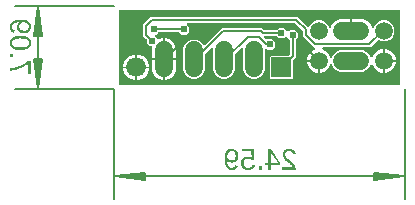
<source format=gbr>
G04 EAGLE Gerber RS-274X export*
G75*
%MOMM*%
%FSLAX34Y34*%
%LPD*%
%INBottom Copper*%
%IPPOS*%
%AMOC8*
5,1,8,0,0,1.08239X$1,22.5*%
G01*
G04 Define Apertures*
%ADD10C,0.130000*%
%ADD11C,1.524000*%
%ADD12C,1.498600*%
%ADD13R,1.676400X1.676400*%
%ADD14C,1.676400*%
%ADD15C,0.203200*%
%ADD16C,0.604000*%
G36*
X241442Y3890D02*
X241046Y3810D01*
X4826Y3810D01*
X4460Y3878D01*
X4119Y4096D01*
X3890Y4430D01*
X3810Y4826D01*
X3810Y66040D01*
X3878Y66406D01*
X4096Y66747D01*
X4430Y66976D01*
X4826Y67056D01*
X241046Y67056D01*
X241412Y66988D01*
X241753Y66770D01*
X241982Y66436D01*
X242062Y66040D01*
X242062Y4826D01*
X241994Y4460D01*
X241776Y4119D01*
X241442Y3890D01*
G37*
%LPC*%
G36*
X173763Y14224D02*
X174997Y14224D01*
X178684Y15751D01*
X181507Y18574D01*
X182434Y20813D01*
X182626Y21113D01*
X182954Y21350D01*
X183348Y21440D01*
X183747Y21369D01*
X184085Y21148D01*
X184311Y20813D01*
X185188Y18696D01*
X187760Y16124D01*
X191121Y14732D01*
X209999Y14732D01*
X213360Y16124D01*
X215932Y18696D01*
X216750Y20671D01*
X216942Y20971D01*
X217270Y21207D01*
X217664Y21297D01*
X218062Y21226D01*
X218401Y21006D01*
X218627Y20671D01*
X219495Y18574D01*
X222318Y15751D01*
X226005Y14224D01*
X227239Y14224D01*
X227239Y34290D01*
X226005Y34290D01*
X222318Y32763D01*
X219495Y29940D01*
X218469Y27463D01*
X218277Y27162D01*
X217949Y26926D01*
X217555Y26836D01*
X217157Y26907D01*
X216818Y27127D01*
X216592Y27463D01*
X215932Y29056D01*
X213360Y31628D01*
X209999Y33020D01*
X191121Y33020D01*
X187760Y31628D01*
X185188Y29056D01*
X184469Y27320D01*
X184277Y27020D01*
X183949Y26783D01*
X183555Y26693D01*
X183157Y26764D01*
X182818Y26985D01*
X182592Y27320D01*
X181507Y29940D01*
X178684Y32763D01*
X176650Y33605D01*
X176355Y33792D01*
X176116Y34118D01*
X176023Y34512D01*
X176091Y34910D01*
X176309Y35251D01*
X176642Y35480D01*
X177038Y35560D01*
X216952Y35560D01*
X222775Y41383D01*
X223090Y41597D01*
X223485Y41680D01*
X223882Y41603D01*
X226207Y40640D01*
X229795Y40640D01*
X233109Y42013D01*
X235645Y44549D01*
X237018Y47863D01*
X237018Y51451D01*
X235645Y54765D01*
X233109Y57301D01*
X229795Y58674D01*
X226207Y58674D01*
X222893Y57301D01*
X220357Y54765D01*
X219569Y52863D01*
X219377Y52562D01*
X219049Y52326D01*
X218654Y52236D01*
X218256Y52307D01*
X217918Y52527D01*
X217692Y52863D01*
X216793Y55031D01*
X213935Y57889D01*
X210201Y59436D01*
X201322Y59436D01*
X201322Y48514D01*
X199798Y48514D01*
X199798Y59436D01*
X190919Y59436D01*
X187185Y57889D01*
X184327Y55031D01*
X183369Y52720D01*
X183177Y52420D01*
X182849Y52183D01*
X182455Y52093D01*
X182057Y52164D01*
X181718Y52385D01*
X181492Y52720D01*
X180645Y54765D01*
X178109Y57301D01*
X174795Y58674D01*
X171207Y58674D01*
X167893Y57301D01*
X165357Y54765D01*
X164824Y53479D01*
X164627Y53173D01*
X164297Y52939D01*
X163902Y52852D01*
X163504Y52927D01*
X163167Y53150D01*
X155040Y61278D01*
X30698Y61278D01*
X24448Y55027D01*
X24448Y44985D01*
X26908Y42524D01*
X27126Y42202D01*
X27206Y41806D01*
X27206Y39393D01*
X29868Y36731D01*
X30930Y36731D01*
X31288Y36666D01*
X31631Y36450D01*
X31862Y36119D01*
X31945Y35723D01*
X31868Y35326D01*
X31750Y35041D01*
X31750Y26162D01*
X41148Y26162D01*
X41148Y43180D01*
X39889Y43180D01*
X37699Y42273D01*
X37342Y42196D01*
X36944Y42264D01*
X36603Y42482D01*
X36374Y42815D01*
X36308Y43143D01*
X34926Y44525D01*
X34715Y44833D01*
X34628Y45228D01*
X34703Y45625D01*
X34926Y45962D01*
X36926Y47962D01*
X37248Y48180D01*
X37645Y48260D01*
X54430Y48260D01*
X54812Y48186D01*
X55149Y47962D01*
X56855Y46256D01*
X60620Y46256D01*
X63282Y48918D01*
X63282Y52682D01*
X61501Y54463D01*
X61297Y54756D01*
X61204Y55149D01*
X61271Y55548D01*
X61489Y55888D01*
X61823Y56117D01*
X62219Y56198D01*
X152515Y56198D01*
X152896Y56123D01*
X153233Y55900D01*
X159087Y50045D01*
X159305Y49723D01*
X159385Y49327D01*
X159385Y44985D01*
X168810Y35560D01*
X168964Y35560D01*
X169307Y35500D01*
X169653Y35290D01*
X169889Y34963D01*
X169979Y34568D01*
X169908Y34170D01*
X169688Y33831D01*
X169352Y33605D01*
X167318Y32763D01*
X164495Y29940D01*
X162968Y26253D01*
X162968Y25019D01*
X173763Y25019D01*
X173763Y14224D01*
G37*
G36*
X65491Y8636D02*
X69129Y8636D01*
X72490Y10028D01*
X75062Y12600D01*
X76454Y15961D01*
X76454Y29579D01*
X76528Y29960D01*
X76752Y30297D01*
X81832Y35377D01*
X82124Y35581D01*
X82518Y35674D01*
X82916Y35606D01*
X83257Y35388D01*
X83486Y35055D01*
X83566Y34659D01*
X83566Y15961D01*
X84958Y12600D01*
X87530Y10028D01*
X90891Y8636D01*
X94529Y8636D01*
X97890Y10028D01*
X100462Y12600D01*
X101854Y15961D01*
X101854Y29579D01*
X101928Y29960D01*
X102152Y30297D01*
X107232Y35377D01*
X107524Y35581D01*
X107918Y35674D01*
X108316Y35606D01*
X108657Y35388D01*
X108886Y35055D01*
X108966Y34659D01*
X108966Y15961D01*
X110358Y12600D01*
X112930Y10028D01*
X116291Y8636D01*
X119929Y8636D01*
X123290Y10028D01*
X125862Y12600D01*
X127254Y15961D01*
X127254Y33729D01*
X127317Y34081D01*
X127529Y34425D01*
X127859Y34659D01*
X128254Y34745D01*
X128651Y34671D01*
X128988Y34448D01*
X129880Y33556D01*
X133645Y33556D01*
X136307Y36218D01*
X136307Y39982D01*
X133645Y42644D01*
X129880Y42644D01*
X129476Y42240D01*
X129169Y42029D01*
X128774Y41943D01*
X128377Y42017D01*
X128040Y42240D01*
X126929Y43351D01*
X126725Y43643D01*
X126632Y44037D01*
X126700Y44435D01*
X126918Y44776D01*
X127251Y45005D01*
X127647Y45085D01*
X136980Y45085D01*
X137362Y45011D01*
X137699Y44787D01*
X139405Y43081D01*
X143170Y43081D01*
X144538Y44449D01*
X144845Y44660D01*
X145240Y44747D01*
X145638Y44672D01*
X145975Y44449D01*
X147975Y42449D01*
X148192Y42127D01*
X148273Y41730D01*
X148273Y29603D01*
X148198Y29222D01*
X147975Y28885D01*
X147835Y28746D01*
X147513Y28528D01*
X147117Y28448D01*
X132211Y28448D01*
X131318Y27555D01*
X131318Y9529D01*
X132211Y8636D01*
X150237Y8636D01*
X151130Y9529D01*
X151130Y24435D01*
X151204Y24816D01*
X151428Y25153D01*
X153353Y27078D01*
X153353Y41730D01*
X153427Y42112D01*
X153650Y42449D01*
X155357Y44155D01*
X155357Y47920D01*
X152695Y50582D01*
X148930Y50582D01*
X147562Y49213D01*
X147255Y49003D01*
X146860Y48916D01*
X146462Y48990D01*
X146125Y49213D01*
X143170Y52169D01*
X139405Y52169D01*
X137699Y50463D01*
X137377Y50245D01*
X136980Y50165D01*
X126885Y50165D01*
X126504Y50239D01*
X126167Y50463D01*
X124877Y51753D01*
X91023Y51753D01*
X76842Y37572D01*
X76543Y37365D01*
X76148Y37275D01*
X75750Y37346D01*
X75411Y37566D01*
X75185Y37902D01*
X75062Y38200D01*
X72490Y40772D01*
X69129Y42164D01*
X65491Y42164D01*
X62130Y40772D01*
X59558Y38200D01*
X58166Y34839D01*
X58166Y15961D01*
X59558Y12600D01*
X62130Y10028D01*
X65491Y8636D01*
G37*
G36*
X42672Y26162D02*
X52070Y26162D01*
X52070Y35041D01*
X50523Y38775D01*
X47665Y41633D01*
X43931Y43180D01*
X42672Y43180D01*
X42672Y26162D01*
G37*
G36*
X228763Y25019D02*
X238034Y25019D01*
X238034Y26253D01*
X236507Y29940D01*
X233684Y32763D01*
X229997Y34290D01*
X228763Y34290D01*
X228763Y25019D01*
G37*
G36*
X7620Y19304D02*
X17780Y19304D01*
X17780Y29464D01*
X16369Y29464D01*
X12355Y27801D01*
X9283Y24729D01*
X7620Y20715D01*
X7620Y19304D01*
G37*
G36*
X19304Y19304D02*
X29464Y19304D01*
X29464Y20715D01*
X27801Y24729D01*
X24729Y27801D01*
X20715Y29464D01*
X19304Y29464D01*
X19304Y19304D01*
G37*
G36*
X42672Y7620D02*
X43931Y7620D01*
X47665Y9167D01*
X50523Y12025D01*
X52070Y15759D01*
X52070Y24638D01*
X42672Y24638D01*
X42672Y7620D01*
G37*
G36*
X39889Y7620D02*
X41148Y7620D01*
X41148Y24638D01*
X31750Y24638D01*
X31750Y15759D01*
X33297Y12025D01*
X36155Y9167D01*
X39889Y7620D01*
G37*
G36*
X228763Y14224D02*
X229997Y14224D01*
X233684Y15751D01*
X236507Y18574D01*
X238034Y22261D01*
X238034Y23495D01*
X228763Y23495D01*
X228763Y14224D01*
G37*
G36*
X171005Y14224D02*
X172239Y14224D01*
X172239Y23495D01*
X162968Y23495D01*
X162968Y22261D01*
X164495Y18574D01*
X167318Y15751D01*
X171005Y14224D01*
G37*
G36*
X19304Y7620D02*
X20715Y7620D01*
X24729Y9283D01*
X27801Y12355D01*
X29464Y16369D01*
X29464Y17780D01*
X19304Y17780D01*
X19304Y7620D01*
G37*
G36*
X16369Y7620D02*
X17780Y7620D01*
X17780Y17780D01*
X7620Y17780D01*
X7620Y16369D01*
X9283Y12355D01*
X12355Y9283D01*
X16369Y7620D01*
G37*
%LPD*%
G36*
X99444Y-68160D02*
X99074Y-68151D01*
X98715Y-68123D01*
X98366Y-68076D01*
X98028Y-68011D01*
X97701Y-67927D01*
X97384Y-67824D01*
X97079Y-67702D01*
X96784Y-67562D01*
X96500Y-67403D01*
X96226Y-67226D01*
X95964Y-67030D01*
X95712Y-66815D01*
X95471Y-66581D01*
X95241Y-66329D01*
X95022Y-66058D01*
X94813Y-65768D01*
X94616Y-65461D01*
X94432Y-65138D01*
X94261Y-64799D01*
X94102Y-64443D01*
X93956Y-64072D01*
X93823Y-63684D01*
X93702Y-63280D01*
X93594Y-62861D01*
X93499Y-62425D01*
X93416Y-61973D01*
X93346Y-61505D01*
X93289Y-61020D01*
X93245Y-60520D01*
X93213Y-60004D01*
X93194Y-59471D01*
X93188Y-58923D01*
X93211Y-57886D01*
X93240Y-57392D01*
X93280Y-56916D01*
X93333Y-56456D01*
X93396Y-56013D01*
X93472Y-55587D01*
X93559Y-55178D01*
X93657Y-54785D01*
X93768Y-54409D01*
X93889Y-54050D01*
X94023Y-53708D01*
X94168Y-53382D01*
X94324Y-53074D01*
X94492Y-52782D01*
X94672Y-52506D01*
X94863Y-52248D01*
X95065Y-52006D01*
X95278Y-51781D01*
X95502Y-51572D01*
X95736Y-51381D01*
X95982Y-51206D01*
X96239Y-51047D01*
X96506Y-50905D01*
X96785Y-50780D01*
X97074Y-50672D01*
X97374Y-50580D01*
X97685Y-50505D01*
X98008Y-50447D01*
X98341Y-50405D01*
X98685Y-50380D01*
X99040Y-50372D01*
X99374Y-50378D01*
X99699Y-50396D01*
X100014Y-50426D01*
X100321Y-50469D01*
X100906Y-50590D01*
X101453Y-50760D01*
X101964Y-50978D01*
X102437Y-51245D01*
X102873Y-51560D01*
X103272Y-51924D01*
X103629Y-52330D01*
X103938Y-52772D01*
X104199Y-53251D01*
X104413Y-53765D01*
X104579Y-54316D01*
X104698Y-54904D01*
X104770Y-55527D01*
X104787Y-55852D01*
X104793Y-56187D01*
X104771Y-56830D01*
X104706Y-57440D01*
X104597Y-58018D01*
X104444Y-58564D01*
X104247Y-59076D01*
X104007Y-59557D01*
X103723Y-60004D01*
X103395Y-60419D01*
X103031Y-60793D01*
X102637Y-61117D01*
X102215Y-61391D01*
X101763Y-61615D01*
X101282Y-61790D01*
X100772Y-61914D01*
X100507Y-61958D01*
X100233Y-61989D01*
X99953Y-62008D01*
X99665Y-62014D01*
X99313Y-62004D01*
X98968Y-61972D01*
X98631Y-61920D01*
X98300Y-61847D01*
X97977Y-61753D01*
X97662Y-61638D01*
X97353Y-61502D01*
X97052Y-61345D01*
X96766Y-61172D01*
X96501Y-60984D01*
X96258Y-60783D01*
X96037Y-60568D01*
X95838Y-60340D01*
X95660Y-60098D01*
X95505Y-59842D01*
X95371Y-59573D01*
X95399Y-60368D01*
X95458Y-61116D01*
X95548Y-61817D01*
X95669Y-62471D01*
X95821Y-63078D01*
X96004Y-63637D01*
X96218Y-64150D01*
X96463Y-64615D01*
X96737Y-65029D01*
X97038Y-65388D01*
X97366Y-65691D01*
X97721Y-65940D01*
X98102Y-66133D01*
X98303Y-66209D01*
X98511Y-66271D01*
X98725Y-66319D01*
X98946Y-66354D01*
X99173Y-66375D01*
X99408Y-66382D01*
X99684Y-66373D01*
X99947Y-66348D01*
X100198Y-66306D01*
X100437Y-66247D01*
X100663Y-66171D01*
X100876Y-66078D01*
X101078Y-65968D01*
X101266Y-65842D01*
X101442Y-65698D01*
X101606Y-65538D01*
X101758Y-65361D01*
X101896Y-65167D01*
X102023Y-64956D01*
X102137Y-64728D01*
X102238Y-64484D01*
X102327Y-64222D01*
X104438Y-64554D01*
X104295Y-65013D01*
X104130Y-65439D01*
X103944Y-65832D01*
X103737Y-66193D01*
X103507Y-66521D01*
X103256Y-66816D01*
X102984Y-67078D01*
X102689Y-67308D01*
X102372Y-67508D01*
X102029Y-67681D01*
X101661Y-67827D01*
X101268Y-67947D01*
X100850Y-68040D01*
X100406Y-68107D01*
X99938Y-68147D01*
X99444Y-68160D01*
G37*
%LPC*%
G36*
X99138Y-60272D02*
X99520Y-60255D01*
X99882Y-60203D01*
X100224Y-60118D01*
X100545Y-59998D01*
X100847Y-59843D01*
X101127Y-59654D01*
X101388Y-59431D01*
X101628Y-59174D01*
X101844Y-58887D01*
X102031Y-58576D01*
X102189Y-58239D01*
X102318Y-57878D01*
X102419Y-57492D01*
X102491Y-57082D01*
X102534Y-56647D01*
X102548Y-56187D01*
X102534Y-55736D01*
X102491Y-55308D01*
X102419Y-54905D01*
X102318Y-54526D01*
X102189Y-54171D01*
X102031Y-53839D01*
X101844Y-53532D01*
X101628Y-53249D01*
X101388Y-52994D01*
X101126Y-52774D01*
X100843Y-52587D01*
X100539Y-52434D01*
X100214Y-52316D01*
X99868Y-52231D01*
X99501Y-52180D01*
X99113Y-52163D01*
X98722Y-52183D01*
X98350Y-52242D01*
X97999Y-52341D01*
X97669Y-52480D01*
X97358Y-52659D01*
X97068Y-52877D01*
X96799Y-53135D01*
X96549Y-53433D01*
X96325Y-53763D01*
X96131Y-54118D01*
X95966Y-54500D01*
X95831Y-54906D01*
X95727Y-55338D01*
X95652Y-55796D01*
X95607Y-56279D01*
X95592Y-56788D01*
X95600Y-57039D01*
X95622Y-57283D01*
X95659Y-57521D01*
X95710Y-57751D01*
X95777Y-57974D01*
X95858Y-58191D01*
X95954Y-58401D01*
X96065Y-58604D01*
X96323Y-58980D01*
X96624Y-59311D01*
X96970Y-59596D01*
X97359Y-59837D01*
X97778Y-60027D01*
X98215Y-60163D01*
X98439Y-60211D01*
X98668Y-60245D01*
X98901Y-60265D01*
X99138Y-60272D01*
G37*
%LPD*%
G36*
X132155Y-67915D02*
X130069Y-67915D01*
X130069Y-64002D01*
X127640Y-64002D01*
X127640Y-62259D01*
X130069Y-62259D01*
X130069Y-50629D01*
X132388Y-50629D01*
X140301Y-62284D01*
X140301Y-64002D01*
X132155Y-64002D01*
X132155Y-67915D01*
G37*
%LPC*%
G36*
X138264Y-62259D02*
X138068Y-62014D01*
X137405Y-61106D01*
X132977Y-54580D01*
X132777Y-54261D01*
X132498Y-53770D01*
X132155Y-53120D01*
X132155Y-62259D01*
X138264Y-62259D01*
G37*
%LPD*%
G36*
X113156Y-68160D02*
X112800Y-68154D01*
X112454Y-68136D01*
X112119Y-68105D01*
X111793Y-68062D01*
X111476Y-68007D01*
X111170Y-67940D01*
X110587Y-67768D01*
X110043Y-67547D01*
X109538Y-67277D01*
X109073Y-66958D01*
X108647Y-66590D01*
X108266Y-66179D01*
X107936Y-65732D01*
X107656Y-65248D01*
X107428Y-64728D01*
X107333Y-64455D01*
X107250Y-64172D01*
X107180Y-63880D01*
X107123Y-63579D01*
X107079Y-63269D01*
X107047Y-62950D01*
X107028Y-62621D01*
X107022Y-62284D01*
X107045Y-61697D01*
X107116Y-61138D01*
X107235Y-60608D01*
X107400Y-60106D01*
X107613Y-59633D01*
X107874Y-59188D01*
X108182Y-58771D01*
X108537Y-58383D01*
X108932Y-58032D01*
X109359Y-57728D01*
X109819Y-57471D01*
X110311Y-57260D01*
X110835Y-57097D01*
X111392Y-56980D01*
X111982Y-56909D01*
X112603Y-56886D01*
X113126Y-56903D01*
X113627Y-56955D01*
X114106Y-57041D01*
X114563Y-57162D01*
X114999Y-57317D01*
X115412Y-57507D01*
X115804Y-57731D01*
X116173Y-57990D01*
X115842Y-52506D01*
X108027Y-52506D01*
X108027Y-50629D01*
X117854Y-50629D01*
X118431Y-59929D01*
X116272Y-59929D01*
X115885Y-59616D01*
X115499Y-59352D01*
X115112Y-59137D01*
X114726Y-58972D01*
X114332Y-58848D01*
X113922Y-58760D01*
X113498Y-58707D01*
X113057Y-58689D01*
X112639Y-58705D01*
X112243Y-58752D01*
X111868Y-58831D01*
X111516Y-58941D01*
X111186Y-59082D01*
X110878Y-59255D01*
X110592Y-59460D01*
X110328Y-59695D01*
X110091Y-59957D01*
X109885Y-60238D01*
X109711Y-60538D01*
X109569Y-60858D01*
X109458Y-61197D01*
X109379Y-61556D01*
X109331Y-61935D01*
X109316Y-62333D01*
X109331Y-62790D01*
X109379Y-63221D01*
X109457Y-63628D01*
X109567Y-64009D01*
X109709Y-64365D01*
X109882Y-64697D01*
X110086Y-65003D01*
X110322Y-65284D01*
X110585Y-65535D01*
X110873Y-65753D01*
X111185Y-65938D01*
X111521Y-66089D01*
X111881Y-66206D01*
X112265Y-66290D01*
X112674Y-66340D01*
X113106Y-66357D01*
X113460Y-66347D01*
X113796Y-66317D01*
X114115Y-66267D01*
X114417Y-66197D01*
X114702Y-66107D01*
X114969Y-65996D01*
X115219Y-65866D01*
X115453Y-65716D01*
X115669Y-65546D01*
X115868Y-65355D01*
X116050Y-65145D01*
X116214Y-64915D01*
X116362Y-64664D01*
X116492Y-64394D01*
X116605Y-64103D01*
X116701Y-63793D01*
X118934Y-64051D01*
X118819Y-64536D01*
X118669Y-64991D01*
X118486Y-65418D01*
X118268Y-65814D01*
X118017Y-66181D01*
X117731Y-66519D01*
X117411Y-66827D01*
X117057Y-67105D01*
X116671Y-67353D01*
X116256Y-67567D01*
X115812Y-67748D01*
X115339Y-67897D01*
X114837Y-68012D01*
X114306Y-68094D01*
X113745Y-68144D01*
X113156Y-68160D01*
G37*
G36*
X153582Y-67915D02*
X142136Y-67915D01*
X142136Y-66038D01*
X151153Y-66038D01*
X150940Y-65604D01*
X150669Y-65162D01*
X150339Y-64712D01*
X149951Y-64253D01*
X149498Y-63776D01*
X148973Y-63270D01*
X148375Y-62736D01*
X147706Y-62174D01*
X146528Y-61199D01*
X145556Y-60361D01*
X144792Y-59659D01*
X144234Y-59094D01*
X143808Y-58597D01*
X143438Y-58101D01*
X143124Y-57604D01*
X142866Y-57107D01*
X142665Y-56609D01*
X142521Y-56110D01*
X142471Y-55860D01*
X142435Y-55609D01*
X142413Y-55358D01*
X142406Y-55107D01*
X142428Y-54556D01*
X142494Y-54037D01*
X142604Y-53551D01*
X142757Y-53097D01*
X142955Y-52675D01*
X143196Y-52286D01*
X143482Y-51929D01*
X143811Y-51605D01*
X144181Y-51316D01*
X144589Y-51065D01*
X145034Y-50853D01*
X145518Y-50680D01*
X146039Y-50545D01*
X146598Y-50449D01*
X147194Y-50391D01*
X147829Y-50372D01*
X148410Y-50391D01*
X148965Y-50448D01*
X149492Y-50544D01*
X149992Y-50678D01*
X150466Y-50851D01*
X150912Y-51062D01*
X151332Y-51311D01*
X151724Y-51599D01*
X152083Y-51918D01*
X152402Y-52265D01*
X152682Y-52638D01*
X152921Y-53037D01*
X153122Y-53463D01*
X153282Y-53915D01*
X153403Y-54394D01*
X153484Y-54899D01*
X151227Y-55107D01*
X151175Y-54770D01*
X151100Y-54453D01*
X151001Y-54155D01*
X150879Y-53876D01*
X150733Y-53616D01*
X150563Y-53376D01*
X150370Y-53155D01*
X150153Y-52954D01*
X149917Y-52774D01*
X149665Y-52619D01*
X149398Y-52487D01*
X149115Y-52379D01*
X148817Y-52295D01*
X148503Y-52235D01*
X148174Y-52199D01*
X147829Y-52187D01*
X147468Y-52200D01*
X147127Y-52236D01*
X146807Y-52298D01*
X146507Y-52384D01*
X146227Y-52494D01*
X145968Y-52629D01*
X145729Y-52789D01*
X145510Y-52973D01*
X145315Y-53179D01*
X145145Y-53405D01*
X145002Y-53651D01*
X144884Y-53917D01*
X144793Y-54203D01*
X144728Y-54509D01*
X144689Y-54835D01*
X144676Y-55181D01*
X144683Y-55441D01*
X144706Y-55695D01*
X144744Y-55941D01*
X144797Y-56181D01*
X144865Y-56413D01*
X144948Y-56639D01*
X145047Y-56858D01*
X145160Y-57070D01*
X145421Y-57483D01*
X145720Y-57886D01*
X146056Y-58280D01*
X146430Y-58665D01*
X147263Y-59426D01*
X148191Y-60186D01*
X149171Y-60979D01*
X150160Y-61836D01*
X150651Y-62294D01*
X151130Y-62778D01*
X151598Y-63288D01*
X152055Y-63824D01*
X152489Y-64394D01*
X152888Y-65006D01*
X153252Y-65660D01*
X153582Y-66357D01*
X153582Y-67915D01*
G37*
G36*
X124614Y-67915D02*
X122222Y-67915D01*
X122222Y-65228D01*
X124614Y-65228D01*
X124614Y-67915D01*
G37*
G36*
X-79646Y33291D02*
X-80182Y33297D01*
X-80702Y33314D01*
X-81206Y33343D01*
X-81693Y33384D01*
X-82164Y33437D01*
X-82619Y33501D01*
X-83058Y33577D01*
X-83480Y33665D01*
X-83886Y33764D01*
X-84275Y33876D01*
X-84649Y33998D01*
X-85006Y34133D01*
X-85346Y34279D01*
X-85671Y34437D01*
X-85979Y34606D01*
X-86271Y34788D01*
X-86546Y34980D01*
X-86803Y35185D01*
X-87042Y35401D01*
X-87264Y35629D01*
X-87468Y35868D01*
X-87654Y36119D01*
X-87822Y36381D01*
X-87973Y36655D01*
X-88106Y36941D01*
X-88221Y37238D01*
X-88319Y37547D01*
X-88399Y37868D01*
X-88461Y38200D01*
X-88505Y38543D01*
X-88531Y38899D01*
X-88540Y39265D01*
X-88531Y39632D01*
X-88505Y39988D01*
X-88460Y40332D01*
X-88398Y40665D01*
X-88318Y40987D01*
X-88220Y41297D01*
X-88104Y41596D01*
X-87970Y41883D01*
X-87818Y42159D01*
X-87649Y42424D01*
X-87462Y42677D01*
X-87257Y42919D01*
X-87034Y43150D01*
X-86793Y43369D01*
X-86535Y43577D01*
X-86259Y43774D01*
X-85965Y43959D01*
X-85656Y44132D01*
X-85331Y44293D01*
X-84990Y44442D01*
X-84632Y44579D01*
X-84259Y44705D01*
X-83870Y44818D01*
X-83464Y44919D01*
X-83043Y45009D01*
X-82606Y45087D01*
X-82153Y45152D01*
X-81683Y45206D01*
X-81198Y45248D01*
X-80697Y45277D01*
X-80179Y45295D01*
X-79646Y45301D01*
X-78579Y45279D01*
X-77579Y45210D01*
X-77104Y45159D01*
X-76647Y45097D01*
X-76206Y45023D01*
X-75782Y44938D01*
X-75374Y44841D01*
X-74984Y44733D01*
X-74611Y44614D01*
X-74254Y44484D01*
X-73915Y44342D01*
X-73592Y44188D01*
X-73286Y44024D01*
X-72997Y43848D01*
X-72725Y43660D01*
X-72471Y43459D01*
X-72234Y43246D01*
X-72015Y43021D01*
X-71813Y42783D01*
X-71629Y42532D01*
X-71462Y42269D01*
X-71313Y41994D01*
X-71181Y41705D01*
X-71067Y41405D01*
X-70971Y41092D01*
X-70892Y40766D01*
X-70831Y40428D01*
X-70787Y40078D01*
X-70760Y39715D01*
X-70752Y39339D01*
X-70760Y38953D01*
X-70786Y38580D01*
X-70830Y38221D01*
X-70890Y37874D01*
X-70969Y37541D01*
X-71064Y37221D01*
X-71177Y36914D01*
X-71307Y36620D01*
X-71454Y36340D01*
X-71619Y36072D01*
X-71801Y35818D01*
X-72001Y35577D01*
X-72218Y35349D01*
X-72452Y35134D01*
X-72703Y34933D01*
X-72972Y34745D01*
X-73259Y34569D01*
X-73562Y34404D01*
X-73883Y34251D01*
X-74222Y34109D01*
X-74578Y33978D01*
X-74952Y33859D01*
X-75343Y33751D01*
X-75751Y33654D01*
X-76177Y33569D01*
X-76620Y33495D01*
X-77081Y33433D01*
X-77559Y33382D01*
X-78055Y33342D01*
X-78568Y33314D01*
X-79646Y33291D01*
G37*
%LPC*%
G36*
X-79646Y35524D02*
X-78732Y35538D01*
X-77884Y35579D01*
X-77103Y35649D01*
X-76389Y35746D01*
X-75741Y35871D01*
X-75161Y36024D01*
X-74646Y36205D01*
X-74199Y36413D01*
X-73811Y36653D01*
X-73474Y36929D01*
X-73190Y37241D01*
X-72957Y37589D01*
X-72776Y37973D01*
X-72705Y38178D01*
X-72646Y38392D01*
X-72601Y38616D01*
X-72569Y38848D01*
X-72549Y39089D01*
X-72543Y39339D01*
X-72549Y39583D01*
X-72569Y39818D01*
X-72602Y40045D01*
X-72648Y40263D01*
X-72707Y40472D01*
X-72779Y40672D01*
X-72963Y41046D01*
X-73199Y41385D01*
X-73488Y41689D01*
X-73830Y41958D01*
X-74224Y42191D01*
X-74676Y42394D01*
X-75193Y42570D01*
X-75774Y42718D01*
X-76420Y42840D01*
X-77130Y42935D01*
X-77904Y43002D01*
X-78743Y43043D01*
X-79646Y43056D01*
X-80519Y43042D01*
X-81333Y42999D01*
X-82089Y42929D01*
X-82787Y42829D01*
X-83426Y42702D01*
X-84007Y42546D01*
X-84530Y42361D01*
X-84995Y42148D01*
X-85403Y41905D01*
X-85757Y41629D01*
X-86056Y41321D01*
X-86301Y40980D01*
X-86404Y40797D01*
X-86492Y40606D01*
X-86567Y40407D01*
X-86628Y40200D01*
X-86676Y39985D01*
X-86710Y39761D01*
X-86730Y39530D01*
X-86737Y39290D01*
X-86730Y39049D01*
X-86710Y38816D01*
X-86677Y38591D01*
X-86630Y38375D01*
X-86570Y38167D01*
X-86497Y37967D01*
X-86311Y37592D01*
X-86071Y37251D01*
X-85778Y36943D01*
X-85431Y36667D01*
X-85032Y36425D01*
X-84575Y36214D01*
X-84056Y36031D01*
X-83475Y35876D01*
X-82833Y35749D01*
X-82129Y35650D01*
X-81363Y35580D01*
X-80535Y35538D01*
X-79646Y35524D01*
G37*
%LPD*%
G36*
X-76567Y47456D02*
X-77210Y47478D01*
X-77820Y47543D01*
X-78398Y47653D01*
X-78944Y47806D01*
X-79456Y48002D01*
X-79937Y48243D01*
X-80384Y48527D01*
X-80799Y48854D01*
X-81173Y49219D01*
X-81497Y49612D01*
X-81771Y50034D01*
X-81995Y50486D01*
X-82170Y50967D01*
X-82294Y51477D01*
X-82338Y51743D01*
X-82369Y52016D01*
X-82388Y52296D01*
X-82394Y52584D01*
X-82384Y52936D01*
X-82352Y53281D01*
X-82300Y53618D01*
X-82227Y53949D01*
X-82133Y54272D01*
X-82018Y54587D01*
X-81882Y54896D01*
X-81725Y55197D01*
X-81552Y55484D01*
X-81364Y55748D01*
X-81163Y55991D01*
X-80948Y56212D01*
X-80720Y56411D01*
X-80478Y56589D01*
X-80222Y56744D01*
X-79953Y56878D01*
X-80748Y56850D01*
X-81496Y56791D01*
X-82197Y56701D01*
X-82851Y56580D01*
X-83458Y56428D01*
X-84017Y56245D01*
X-84530Y56031D01*
X-84995Y55786D01*
X-85409Y55512D01*
X-85768Y55211D01*
X-86071Y54883D01*
X-86320Y54528D01*
X-86513Y54147D01*
X-86589Y53946D01*
X-86651Y53739D01*
X-86699Y53524D01*
X-86734Y53304D01*
X-86755Y53076D01*
X-86762Y52842D01*
X-86753Y52566D01*
X-86728Y52302D01*
X-86686Y52051D01*
X-86627Y51813D01*
X-86551Y51586D01*
X-86458Y51373D01*
X-86348Y51172D01*
X-86222Y50983D01*
X-86078Y50807D01*
X-85918Y50643D01*
X-85741Y50492D01*
X-85547Y50353D01*
X-85336Y50226D01*
X-85108Y50112D01*
X-84864Y50011D01*
X-84602Y49922D01*
X-84934Y47812D01*
X-85393Y47954D01*
X-85819Y48119D01*
X-86212Y48305D01*
X-86573Y48512D01*
X-86901Y48742D01*
X-87196Y48993D01*
X-87458Y49266D01*
X-87688Y49560D01*
X-87888Y49878D01*
X-88061Y50220D01*
X-88207Y50588D01*
X-88327Y50981D01*
X-88420Y51400D01*
X-88487Y51843D01*
X-88527Y52311D01*
X-88540Y52805D01*
X-88531Y53175D01*
X-88503Y53535D01*
X-88456Y53883D01*
X-88391Y54221D01*
X-88307Y54549D01*
X-88204Y54865D01*
X-88082Y55171D01*
X-87942Y55465D01*
X-87783Y55749D01*
X-87606Y56023D01*
X-87410Y56285D01*
X-87195Y56537D01*
X-86961Y56778D01*
X-86709Y57008D01*
X-86438Y57227D01*
X-86148Y57436D01*
X-85841Y57633D01*
X-85518Y57817D01*
X-85179Y57988D01*
X-84823Y58147D01*
X-84452Y58293D01*
X-84064Y58427D01*
X-83660Y58547D01*
X-83241Y58655D01*
X-82805Y58750D01*
X-82353Y58833D01*
X-81885Y58903D01*
X-81400Y58960D01*
X-80900Y59004D01*
X-80384Y59036D01*
X-79851Y59055D01*
X-79303Y59061D01*
X-78266Y59038D01*
X-77772Y59009D01*
X-77296Y58969D01*
X-76836Y58917D01*
X-76393Y58853D01*
X-75967Y58777D01*
X-75558Y58690D01*
X-75165Y58592D01*
X-74789Y58482D01*
X-74430Y58360D01*
X-74088Y58226D01*
X-73762Y58082D01*
X-73454Y57925D01*
X-73162Y57757D01*
X-72886Y57577D01*
X-72628Y57386D01*
X-72386Y57184D01*
X-72161Y56971D01*
X-71952Y56747D01*
X-71761Y56513D01*
X-71586Y56267D01*
X-71427Y56010D01*
X-71285Y55743D01*
X-71160Y55465D01*
X-71052Y55175D01*
X-70960Y54875D01*
X-70885Y54564D01*
X-70827Y54242D01*
X-70785Y53909D01*
X-70760Y53565D01*
X-70752Y53210D01*
X-70758Y52875D01*
X-70776Y52550D01*
X-70806Y52235D01*
X-70849Y51928D01*
X-70970Y51344D01*
X-71140Y50796D01*
X-71358Y50285D01*
X-71625Y49812D01*
X-71940Y49376D01*
X-72304Y48977D01*
X-72710Y48621D01*
X-73152Y48312D01*
X-73631Y48050D01*
X-74145Y47836D01*
X-74696Y47670D01*
X-75284Y47551D01*
X-75907Y47480D01*
X-76232Y47462D01*
X-76567Y47456D01*
G37*
%LPC*%
G36*
X-76567Y49701D02*
X-76116Y49715D01*
X-75688Y49758D01*
X-75285Y49830D01*
X-74906Y49931D01*
X-74551Y50060D01*
X-74219Y50219D01*
X-73912Y50405D01*
X-73629Y50621D01*
X-73374Y50862D01*
X-73154Y51123D01*
X-72967Y51406D01*
X-72814Y51710D01*
X-72696Y52035D01*
X-72611Y52381D01*
X-72560Y52748D01*
X-72543Y53136D01*
X-72563Y53528D01*
X-72622Y53899D01*
X-72721Y54250D01*
X-72860Y54581D01*
X-73039Y54891D01*
X-73257Y55181D01*
X-73515Y55451D01*
X-73813Y55700D01*
X-74143Y55924D01*
X-74498Y56119D01*
X-74880Y56283D01*
X-75286Y56418D01*
X-75718Y56522D01*
X-76176Y56597D01*
X-76659Y56642D01*
X-77168Y56657D01*
X-77419Y56650D01*
X-77663Y56627D01*
X-77901Y56591D01*
X-78131Y56539D01*
X-78354Y56472D01*
X-78571Y56391D01*
X-78781Y56295D01*
X-78984Y56185D01*
X-79360Y55927D01*
X-79691Y55625D01*
X-79976Y55279D01*
X-80217Y54890D01*
X-80407Y54471D01*
X-80543Y54035D01*
X-80591Y53810D01*
X-80625Y53581D01*
X-80645Y53349D01*
X-80652Y53111D01*
X-80635Y52729D01*
X-80583Y52367D01*
X-80498Y52025D01*
X-80378Y51704D01*
X-80223Y51403D01*
X-80034Y51122D01*
X-79811Y50861D01*
X-79554Y50621D01*
X-79267Y50405D01*
X-78956Y50219D01*
X-78619Y50060D01*
X-78258Y49931D01*
X-77872Y49830D01*
X-77462Y49758D01*
X-77027Y49715D01*
X-76567Y49701D01*
G37*
%LPD*%
G36*
X-71009Y12660D02*
X-72886Y12660D01*
X-72886Y21947D01*
X-74062Y21154D01*
X-75203Y20421D01*
X-76309Y19746D01*
X-77381Y19130D01*
X-78418Y18573D01*
X-79420Y18074D01*
X-80388Y17635D01*
X-81321Y17254D01*
X-82231Y16925D01*
X-83130Y16640D01*
X-84018Y16398D01*
X-84895Y16201D01*
X-85762Y16047D01*
X-86617Y15938D01*
X-87461Y15872D01*
X-88295Y15850D01*
X-88295Y18156D01*
X-87699Y18165D01*
X-87109Y18190D01*
X-86523Y18233D01*
X-85943Y18293D01*
X-85367Y18369D01*
X-84796Y18463D01*
X-84231Y18574D01*
X-83670Y18702D01*
X-83111Y18847D01*
X-82550Y19009D01*
X-81987Y19188D01*
X-81422Y19384D01*
X-80855Y19598D01*
X-80286Y19828D01*
X-79143Y20340D01*
X-78542Y20637D01*
X-77886Y20983D01*
X-76410Y21821D01*
X-74715Y22854D01*
X-72800Y24082D01*
X-71009Y24082D01*
X-71009Y12660D01*
G37*
G36*
X-85608Y27635D02*
X-88295Y27635D01*
X-88295Y30027D01*
X-85608Y30027D01*
X-85608Y27635D01*
G37*
D10*
X0Y0D02*
X0Y-93160D01*
X245872Y-93160D02*
X245872Y0D01*
X245222Y-73660D02*
X650Y-73660D01*
X26000Y-70468D01*
X26000Y-76852D01*
X650Y-73660D01*
X26000Y-72360D01*
X26000Y-74960D02*
X650Y-73660D01*
X26000Y-71060D01*
X26000Y-76260D02*
X650Y-73660D01*
X219872Y-70468D02*
X245222Y-73660D01*
X219872Y-70468D02*
X219872Y-76852D01*
X245222Y-73660D01*
X219872Y-72360D01*
X219872Y-74960D02*
X245222Y-73660D01*
X219872Y-71060D01*
X219872Y-76260D02*
X245222Y-73660D01*
X0Y70866D02*
X-84270Y70866D01*
X-84270Y0D02*
X0Y0D01*
X-64770Y650D02*
X-64770Y70216D01*
X-67962Y44866D01*
X-61578Y44866D01*
X-64770Y70216D01*
X-66070Y44866D01*
X-63470Y44866D02*
X-64770Y70216D01*
X-67370Y44866D01*
X-62170Y44866D02*
X-64770Y70216D01*
X-67962Y26000D02*
X-64770Y650D01*
X-67962Y26000D02*
X-61578Y26000D01*
X-64770Y650D01*
X-66070Y26000D01*
X-63470Y26000D02*
X-64770Y650D01*
X-67370Y26000D01*
X-62170Y26000D02*
X-64770Y650D01*
D11*
X41910Y17780D02*
X41910Y33020D01*
X67310Y33020D02*
X67310Y17780D01*
X92710Y17780D02*
X92710Y33020D01*
X118110Y33020D02*
X118110Y17780D01*
X192940Y23876D02*
X208180Y23876D01*
X208180Y49276D02*
X192940Y49276D01*
D12*
X173001Y49657D03*
X228001Y49657D03*
X173001Y24257D03*
X228001Y24257D03*
D13*
X141224Y18542D03*
D14*
X18542Y18542D03*
D15*
X33338Y50800D02*
X58738Y50800D01*
X125413Y47625D02*
X141288Y47625D01*
X125413Y47625D02*
X123825Y49213D01*
X92075Y49213D01*
X68263Y25400D01*
X67310Y25400D01*
D16*
X33338Y50800D03*
X58738Y50800D03*
X141288Y47625D03*
D15*
X71438Y53975D02*
X42863Y25400D01*
X71438Y53975D02*
X152400Y53975D01*
X157163Y49213D01*
X157163Y39688D01*
X171450Y25400D01*
X42863Y25400D02*
X41910Y25400D01*
X171450Y25400D02*
X173001Y24257D01*
X131763Y38100D02*
X128588Y38100D01*
X122238Y44450D01*
X112713Y44450D01*
X93663Y25400D01*
X92710Y25400D01*
D16*
X131763Y38100D03*
X150813Y46038D03*
D15*
X150813Y28131D01*
X141224Y18542D01*
X31750Y41275D02*
X26988Y46038D01*
X26988Y53975D01*
X31750Y58738D01*
X153988Y58738D01*
X161925Y50800D01*
X161925Y46038D01*
X169863Y38100D01*
X215900Y38100D01*
X227013Y49213D01*
X228001Y49657D01*
D16*
X31750Y41275D03*
M02*

</source>
